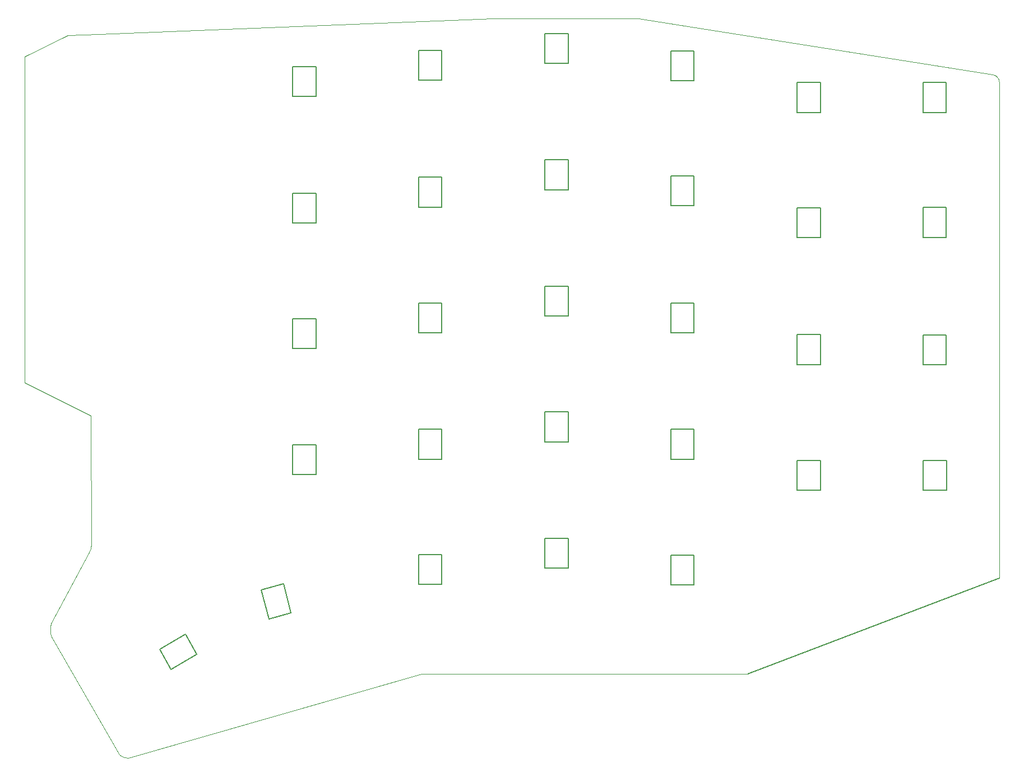
<source format=gm1>
G04 #@! TF.GenerationSoftware,KiCad,Pcbnew,(5.1.10-1-10_14)*
G04 #@! TF.CreationDate,2021-06-06T18:52:18-07:00*
G04 #@! TF.ProjectId,Soflyria,536f666c-7972-4696-912e-6b696361645f,rev?*
G04 #@! TF.SameCoordinates,Original*
G04 #@! TF.FileFunction,Profile,NP*
%FSLAX46Y46*%
G04 Gerber Fmt 4.6, Leading zero omitted, Abs format (unit mm)*
G04 Created by KiCad (PCBNEW (5.1.10-1-10_14)) date 2021-06-06 18:52:18*
%MOMM*%
%LPD*%
G01*
G04 APERTURE LIST*
G04 #@! TA.AperFunction,Profile*
%ADD10C,0.100000*%
G04 #@! TD*
G04 #@! TA.AperFunction,Profile*
%ADD11C,0.150000*%
G04 #@! TD*
G04 APERTURE END LIST*
D10*
X78250000Y-90000000D02*
X88250000Y-95000000D01*
X88275257Y-114400000D02*
X88250000Y-95000000D01*
X84750000Y-37500000D02*
X78250000Y-40750000D01*
X89425853Y-37325405D02*
X84750000Y-37500000D01*
X78250000Y-48250000D02*
X78250000Y-40750000D01*
D11*
X179348800Y-116035200D02*
X179348800Y-120535200D01*
X179350000Y-97050000D02*
X179350000Y-101550000D01*
X160350400Y-113536200D02*
X160350400Y-118036200D01*
X194950000Y-82750000D02*
X198450000Y-82750000D01*
X141250400Y-120449200D02*
X137750400Y-120449200D01*
X160350000Y-98930800D02*
X156850000Y-98930800D01*
X118750000Y-99350000D02*
X122250000Y-99350000D01*
X137750400Y-115949200D02*
X141250400Y-115949200D01*
X156850000Y-75456200D02*
X160350000Y-75456200D01*
X194950000Y-101750000D02*
X198450000Y-101750000D01*
X156850000Y-79956200D02*
X156850000Y-75456200D01*
X137750400Y-120449200D02*
X137750400Y-115949200D01*
X118750000Y-103850000D02*
X118750000Y-99350000D01*
X137750000Y-97050000D02*
X141250000Y-97050000D01*
X175850000Y-97050000D02*
X179350000Y-97050000D01*
X160350000Y-75456200D02*
X160350000Y-79956200D01*
X179348800Y-120535200D02*
X175848800Y-120535200D01*
X217500000Y-101726000D02*
X217500000Y-106226000D01*
X214000000Y-106226000D02*
X214000000Y-101726000D01*
X217500000Y-106226000D02*
X214000000Y-106226000D01*
X198450000Y-106250000D02*
X194950000Y-106250000D01*
X175848800Y-116035200D02*
X179348800Y-116035200D01*
X175848800Y-120535200D02*
X175848800Y-116035200D01*
X156850400Y-113536200D02*
X160350400Y-113536200D01*
X141250000Y-97050000D02*
X141250000Y-101550000D01*
X198450000Y-87250000D02*
X194950000Y-87250000D01*
X175850000Y-77950000D02*
X179350000Y-77950000D01*
X156850000Y-94430800D02*
X160350000Y-94430800D01*
X160350000Y-94430800D02*
X160350000Y-98930800D01*
X179350000Y-77950000D02*
X179350000Y-82450000D01*
X194950000Y-87250000D02*
X194950000Y-82750000D01*
X156850400Y-118036200D02*
X156850400Y-113536200D01*
X160350400Y-118036200D02*
X156850400Y-118036200D01*
X141250400Y-115949200D02*
X141250400Y-120449200D01*
X122250000Y-99350000D02*
X122250000Y-103850000D01*
X198450000Y-101750000D02*
X198450000Y-106250000D01*
X175850000Y-101550000D02*
X175850000Y-97050000D01*
X122250000Y-103850000D02*
X118750000Y-103850000D01*
X137750000Y-101550000D02*
X137750000Y-97050000D01*
X156850000Y-98930800D02*
X156850000Y-94430800D01*
X175850000Y-82450000D02*
X175850000Y-77950000D01*
X179350000Y-101550000D02*
X175850000Y-101550000D01*
X198450000Y-82750000D02*
X198450000Y-87250000D01*
X194950000Y-106250000D02*
X194950000Y-101750000D01*
X179350000Y-82450000D02*
X175850000Y-82450000D01*
X141250000Y-101550000D02*
X137750000Y-101550000D01*
D10*
X138154128Y-134000000D02*
X93900000Y-146750000D01*
D11*
X217450000Y-82789500D02*
X217450000Y-87289500D01*
D10*
X225026621Y-43695600D02*
X225168321Y-43835582D01*
D11*
X122250000Y-46750000D02*
X118750000Y-46750000D01*
X175850000Y-39850000D02*
X179350000Y-39850000D01*
X179350000Y-44350000D02*
X175850000Y-44350000D01*
X213950000Y-63526000D02*
X217450000Y-63526000D01*
X156850000Y-41730800D02*
X156850000Y-37230800D01*
D10*
X149000000Y-35000000D02*
X170950000Y-35000000D01*
D11*
X118750000Y-42250000D02*
X122250000Y-42250000D01*
X137750000Y-39748400D02*
X141250000Y-39748400D01*
X160350000Y-37230800D02*
X160350000Y-41730800D01*
X194950000Y-49150000D02*
X194950000Y-44650000D01*
X198450000Y-68050000D02*
X194950000Y-68050000D01*
X122250000Y-42250000D02*
X122250000Y-46750000D01*
X118750000Y-46750000D02*
X118750000Y-42250000D01*
X213950000Y-49151400D02*
X213950000Y-44651400D01*
X194950000Y-63550000D02*
X198450000Y-63550000D01*
X160350000Y-41730800D02*
X156850000Y-41730800D01*
X213950000Y-82789500D02*
X217450000Y-82789500D01*
X214000000Y-101726000D02*
X217500000Y-101726000D01*
X141250000Y-44248400D02*
X137750000Y-44248400D01*
X198450000Y-63550000D02*
X198450000Y-68050000D01*
X198450000Y-49150000D02*
X194950000Y-49150000D01*
D10*
X224861871Y-43581466D02*
X225026621Y-43695600D01*
D11*
X137750000Y-44248400D02*
X137750000Y-39748400D01*
X213950000Y-44651400D02*
X217450000Y-44651400D01*
D10*
X225168321Y-43835582D02*
X225283881Y-43997807D01*
D11*
X179350000Y-39850000D02*
X179350000Y-44350000D01*
X198450000Y-44650000D02*
X198450000Y-49150000D01*
X217450000Y-44651400D02*
X217450000Y-49151400D01*
X213950000Y-68026000D02*
X213950000Y-63526000D01*
X194950000Y-44650000D02*
X198450000Y-44650000D01*
X217450000Y-63526000D02*
X217450000Y-68026000D01*
D10*
X78250000Y-90000000D02*
X78250000Y-48250000D01*
D11*
X175850000Y-44350000D02*
X175850000Y-39850000D01*
X217450000Y-49151400D02*
X213950000Y-49151400D01*
X194950000Y-68050000D02*
X194950000Y-63550000D01*
X217450000Y-87289500D02*
X213950000Y-87289500D01*
X217450000Y-68026000D02*
X213950000Y-68026000D01*
X141250000Y-39748400D02*
X141250000Y-44248400D01*
X213950000Y-87289500D02*
X213950000Y-82789500D01*
X156850000Y-37230800D02*
X160350000Y-37230800D01*
X137750000Y-82450000D02*
X137750000Y-77950000D01*
X118750000Y-80350000D02*
X122250000Y-80350000D01*
X179350000Y-58748400D02*
X179350000Y-63248400D01*
X160350000Y-60830800D02*
X156850000Y-60830800D01*
X118750000Y-84850000D02*
X118750000Y-80350000D01*
X118750000Y-65850000D02*
X118750000Y-61350000D01*
X175850000Y-58748400D02*
X179350000Y-58748400D01*
X137750000Y-63450000D02*
X137750000Y-58950000D01*
X122250000Y-84850000D02*
X118750000Y-84850000D01*
X141250000Y-63450000D02*
X137750000Y-63450000D01*
X122250000Y-80350000D02*
X122250000Y-84850000D01*
X118750000Y-61350000D02*
X122250000Y-61350000D01*
X156850000Y-56330800D02*
X160350000Y-56330800D01*
X156850000Y-60830800D02*
X156850000Y-56330800D01*
X122250000Y-61350000D02*
X122250000Y-65850000D01*
X141250000Y-58950000D02*
X141250000Y-63450000D01*
X160350000Y-79956200D02*
X156850000Y-79956200D01*
X141250000Y-82450000D02*
X137750000Y-82450000D01*
X122250000Y-65850000D02*
X118750000Y-65850000D01*
X160350000Y-56330800D02*
X160350000Y-60830800D01*
X137750000Y-58950000D02*
X141250000Y-58950000D01*
X137750000Y-77950000D02*
X141250000Y-77950000D01*
X141250000Y-77950000D02*
X141250000Y-82450000D01*
X113952287Y-121332000D02*
X117333027Y-120426134D01*
X225470181Y-119500000D02*
X187500000Y-134000000D01*
D10*
X92900000Y-146500000D02*
X93350000Y-146650000D01*
D11*
X102516400Y-128048600D02*
X104266400Y-131079688D01*
X100369286Y-133329688D02*
X98619286Y-130298600D01*
D10*
X82150000Y-127900000D02*
X82100000Y-127300000D01*
X93350000Y-146650000D02*
X93900000Y-146750000D01*
D11*
X175850000Y-63248400D02*
X175850000Y-58748400D01*
D10*
X88200000Y-115050000D02*
X88000000Y-115650000D01*
D11*
X117333027Y-120426134D02*
X118497713Y-124772800D01*
X179350000Y-63248400D02*
X175850000Y-63248400D01*
D10*
X82100000Y-127300000D02*
X82100000Y-126900000D01*
D11*
X115116973Y-125678666D02*
X113952287Y-121332000D01*
D10*
X82100000Y-126900000D02*
X82200000Y-126400000D01*
X82300000Y-128400000D02*
X82150000Y-127900000D01*
X88275257Y-114400000D02*
X88200000Y-115050000D01*
X149000000Y-35000000D02*
X89425853Y-37325405D01*
X138154128Y-134000000D02*
X187500000Y-134000000D01*
X92550000Y-146200000D02*
X92900000Y-146500000D01*
D11*
X98619286Y-130298600D02*
X102516400Y-128048600D01*
X118497713Y-124772800D02*
X115116973Y-125678666D01*
X104266400Y-131079688D02*
X100369286Y-133329688D01*
D10*
X224475441Y-43445146D02*
X224677111Y-43496776D01*
X224677111Y-43496776D02*
X224861871Y-43581466D01*
X82200000Y-126400000D02*
X88000000Y-115650000D01*
X225370281Y-44178672D02*
X225424381Y-44374571D01*
X225424381Y-44374571D02*
X225443181Y-44581902D01*
X225443181Y-44581902D02*
X225470181Y-119500000D01*
X170950000Y-35000000D02*
X224475441Y-43445146D01*
X92550000Y-146200000D02*
X82300000Y-128400000D01*
X225283881Y-43997807D02*
X225370281Y-44178672D01*
M02*

</source>
